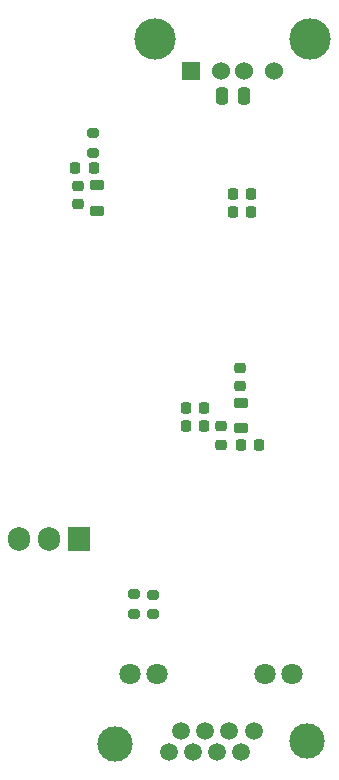
<source format=gbr>
%TF.GenerationSoftware,KiCad,Pcbnew,6.0.11+dfsg-1*%
%TF.CreationDate,2023-12-11T15:54:38+03:00*%
%TF.ProjectId,mr107,6d723130-372e-46b6-9963-61645f706362,rev?*%
%TF.SameCoordinates,Original*%
%TF.FileFunction,Soldermask,Top*%
%TF.FilePolarity,Negative*%
%FSLAX46Y46*%
G04 Gerber Fmt 4.6, Leading zero omitted, Abs format (unit mm)*
G04 Created by KiCad (PCBNEW 6.0.11+dfsg-1) date 2023-12-11 15:54:38*
%MOMM*%
%LPD*%
G01*
G04 APERTURE LIST*
G04 Aperture macros list*
%AMRoundRect*
0 Rectangle with rounded corners*
0 $1 Rounding radius*
0 $2 $3 $4 $5 $6 $7 $8 $9 X,Y pos of 4 corners*
0 Add a 4 corners polygon primitive as box body*
4,1,4,$2,$3,$4,$5,$6,$7,$8,$9,$2,$3,0*
0 Add four circle primitives for the rounded corners*
1,1,$1+$1,$2,$3*
1,1,$1+$1,$4,$5*
1,1,$1+$1,$6,$7*
1,1,$1+$1,$8,$9*
0 Add four rect primitives between the rounded corners*
20,1,$1+$1,$2,$3,$4,$5,0*
20,1,$1+$1,$4,$5,$6,$7,0*
20,1,$1+$1,$6,$7,$8,$9,0*
20,1,$1+$1,$8,$9,$2,$3,0*%
G04 Aperture macros list end*
%ADD10RoundRect,0.250000X-0.250000X-0.475000X0.250000X-0.475000X0.250000X0.475000X-0.250000X0.475000X0*%
%ADD11RoundRect,0.218750X-0.381250X0.218750X-0.381250X-0.218750X0.381250X-0.218750X0.381250X0.218750X0*%
%ADD12RoundRect,0.225000X0.250000X-0.225000X0.250000X0.225000X-0.250000X0.225000X-0.250000X-0.225000X0*%
%ADD13RoundRect,0.225000X0.225000X0.250000X-0.225000X0.250000X-0.225000X-0.250000X0.225000X-0.250000X0*%
%ADD14RoundRect,0.200000X-0.275000X0.200000X-0.275000X-0.200000X0.275000X-0.200000X0.275000X0.200000X0*%
%ADD15RoundRect,0.225000X-0.250000X0.225000X-0.250000X-0.225000X0.250000X-0.225000X0.250000X0.225000X0*%
%ADD16RoundRect,0.225000X-0.225000X-0.250000X0.225000X-0.250000X0.225000X0.250000X-0.225000X0.250000X0*%
%ADD17C,1.500000*%
%ADD18C,1.800000*%
%ADD19C,3.000000*%
%ADD20R,1.524000X1.524000*%
%ADD21C,1.524000*%
%ADD22C,3.500000*%
%ADD23R,1.905000X2.000000*%
%ADD24O,1.905000X2.000000*%
G04 APERTURE END LIST*
D10*
%TO.C,C25*%
X76670000Y-60940000D03*
X78570000Y-60940000D03*
%TD*%
D11*
%TO.C,L1*%
X66090000Y-68512500D03*
X66090000Y-70637500D03*
%TD*%
D12*
%TO.C,C14*%
X78221814Y-85520000D03*
X78221814Y-83970000D03*
%TD*%
D13*
%TO.C,C22*%
X79125000Y-69230000D03*
X77575000Y-69230000D03*
%TD*%
D12*
%TO.C,C7*%
X64460000Y-70080000D03*
X64460000Y-68530000D03*
%TD*%
D14*
%TO.C,R13*%
X65770000Y-64085000D03*
X65770000Y-65735000D03*
%TD*%
D15*
%TO.C,C15*%
X76631814Y-88910000D03*
X76631814Y-90460000D03*
%TD*%
D13*
%TO.C,C12*%
X75186814Y-88905000D03*
X73636814Y-88905000D03*
%TD*%
D14*
%TO.C,R9*%
X70870000Y-103165000D03*
X70870000Y-104815000D03*
%TD*%
%TO.C,R8*%
X69210000Y-103145000D03*
X69210000Y-104795000D03*
%TD*%
D13*
%TO.C,C21*%
X79135000Y-70730000D03*
X77585000Y-70730000D03*
%TD*%
D16*
%TO.C,C11*%
X78246814Y-90475000D03*
X79796814Y-90475000D03*
%TD*%
D11*
%TO.C,L2*%
X78261814Y-86892500D03*
X78261814Y-89017500D03*
%TD*%
D13*
%TO.C,C13*%
X75185000Y-87390000D03*
X73635000Y-87390000D03*
%TD*%
%TO.C,C6*%
X65825000Y-67025000D03*
X64275000Y-67025000D03*
%TD*%
D17*
%TO.C,J10*%
X72210000Y-116467500D03*
X73230000Y-114687500D03*
X74250000Y-116467500D03*
X75270000Y-114687500D03*
X76290000Y-116467500D03*
X77310000Y-114687500D03*
X78330000Y-116467500D03*
X79350000Y-114687500D03*
D18*
X68920000Y-109867500D03*
X71210000Y-109867500D03*
X80350000Y-109867500D03*
X82640000Y-109867500D03*
D19*
X67655000Y-115777500D03*
X83905000Y-115577500D03*
%TD*%
D20*
%TO.C,J1*%
X74060000Y-58820000D03*
D21*
X76560000Y-58820000D03*
X78560000Y-58820000D03*
X81060000Y-58820000D03*
D22*
X84130000Y-56110000D03*
X70990000Y-56110000D03*
%TD*%
D23*
%TO.C,U4*%
X64600000Y-98410000D03*
D24*
X62060000Y-98410000D03*
X59520000Y-98410000D03*
%TD*%
M02*

</source>
